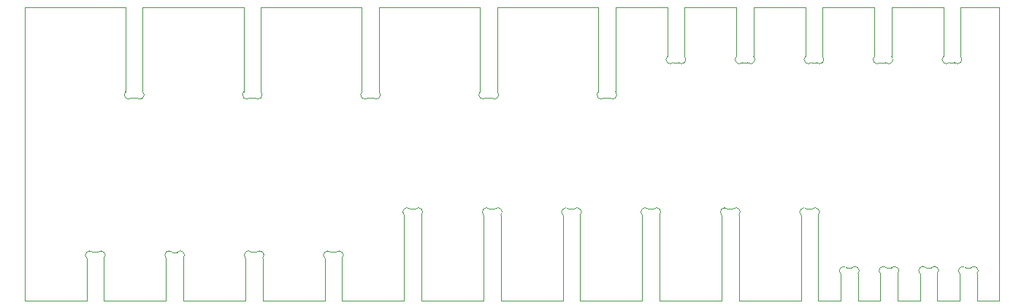
<source format=gbr>
%TF.GenerationSoftware,KiCad,Pcbnew,9.0.1*%
%TF.CreationDate,2025-04-16T14:08:05+02:00*%
%TF.ProjectId,cq2-adapt,6371322d-6164-4617-9074-2e6b69636164,rev?*%
%TF.SameCoordinates,Original*%
%TF.FileFunction,Profile,NP*%
%FSLAX46Y46*%
G04 Gerber Fmt 4.6, Leading zero omitted, Abs format (unit mm)*
G04 Created by KiCad (PCBNEW 9.0.1) date 2025-04-16 14:08:05*
%MOMM*%
%LPD*%
G01*
G04 APERTURE LIST*
%TA.AperFunction,Profile*%
%ADD10C,0.050000*%
%TD*%
G04 APERTURE END LIST*
D10*
X173300000Y-109907106D02*
G75*
G02*
X174007106Y-109200000I353553J353553D01*
G01*
X168700000Y-109907106D02*
G75*
G02*
X169407106Y-109200000I353553J353553D01*
G01*
X164100000Y-109907106D02*
G75*
G02*
X164807106Y-109200000I353553J353553D01*
G01*
X165392894Y-109200000D02*
G75*
G02*
X166100000Y-109907106I353553J-353553D01*
G01*
X174592894Y-109200000D02*
G75*
G02*
X175300000Y-109907106I353553J-353553D01*
G01*
X169992894Y-109200000D02*
G75*
G02*
X170700000Y-109907106I353553J-353553D01*
G01*
X160792894Y-109200000D02*
G75*
G02*
X161500000Y-109907106I353553J-353553D01*
G01*
X159500000Y-109907106D02*
G75*
G02*
X160207106Y-109200000I353553J353553D01*
G01*
X159500000Y-113000000D02*
X159500000Y-109907106D01*
X160207106Y-109200000D02*
X160792894Y-109200000D01*
X161500000Y-113000000D02*
X161500000Y-109907106D01*
X170700000Y-113000000D02*
X170700000Y-109907106D01*
X169992894Y-109200000D02*
X169407106Y-109200000D01*
X175300000Y-113000000D02*
X175300000Y-109907106D01*
X174592894Y-109200000D02*
X174007106Y-109200000D01*
X166100000Y-113000000D02*
X166100000Y-109907106D01*
X165392894Y-109200000D02*
X164807106Y-109200000D01*
X164100000Y-113000000D02*
X164100000Y-109907106D01*
X168700000Y-113000000D02*
X168700000Y-109907106D01*
X173300000Y-113000000D02*
X173300000Y-109907106D01*
X118100000Y-103107106D02*
G75*
G02*
X118807106Y-102400000I353553J353553D01*
G01*
X119392894Y-102400000D02*
G75*
G02*
X120100000Y-103107106I353553J-353553D01*
G01*
X127300000Y-103107106D02*
G75*
G02*
X128007106Y-102400000I353553J353553D01*
G01*
X146992894Y-102400000D02*
G75*
G02*
X147700000Y-103107106I353553J-353553D01*
G01*
X110192894Y-102400000D02*
G75*
G02*
X110900000Y-103107106I353553J-353553D01*
G01*
X108900000Y-103107106D02*
G75*
G02*
X109607106Y-102400000I353553J353553D01*
G01*
X154900000Y-103107106D02*
G75*
G02*
X155607106Y-102400000I353553J353553D01*
G01*
X145700000Y-103107106D02*
G75*
G02*
X146407106Y-102400000I353553J353553D01*
G01*
X128592894Y-102400000D02*
G75*
G02*
X129300000Y-103107106I353553J-353553D01*
G01*
X136500000Y-103107106D02*
G75*
G02*
X137207106Y-102400000I353553J353553D01*
G01*
X137792894Y-102400000D02*
G75*
G02*
X138500000Y-103107106I353553J-353553D01*
G01*
X156192894Y-102400000D02*
G75*
G02*
X156900000Y-103107106I353553J-353553D01*
G01*
X156192894Y-102400000D02*
X155607106Y-102400000D01*
X146407106Y-102400000D02*
X146992894Y-102400000D01*
X137792894Y-102400000D02*
X137207106Y-102400000D01*
X128592894Y-102400000D02*
X128007106Y-102400000D01*
X119392894Y-102400000D02*
X118807106Y-102400000D01*
X109607106Y-102400000D02*
X110192894Y-102400000D01*
X72100000Y-108106621D02*
G75*
G02*
X72806635Y-107399015I353800J353321D01*
G01*
X90500000Y-108106621D02*
G75*
G02*
X91206635Y-107399015I353800J353321D01*
G01*
X99704337Y-108106548D02*
G75*
G02*
X100411517Y-107399506I354163J352948D01*
G01*
X91789121Y-107398230D02*
G75*
G02*
X92495700Y-108105953I352079J-355070D01*
G01*
X100988676Y-107399112D02*
G75*
G02*
X101695658Y-108106354I352724J-354388D01*
G01*
X81304337Y-108106793D02*
G75*
G02*
X82011755Y-107400001I354022J353083D01*
G01*
X82588231Y-107400000D02*
G75*
G02*
X83295651Y-108106792I353396J-353710D01*
G01*
X73389121Y-107398230D02*
G75*
G02*
X74095700Y-108105953I352079J-355070D01*
G01*
X100988676Y-107399112D02*
X100411511Y-107399512D01*
X91789121Y-107398230D02*
X91206620Y-107399030D01*
X82588231Y-107400000D02*
X82011756Y-107400000D01*
X73389121Y-107398230D02*
X72806620Y-107399030D01*
X92300000Y-88792894D02*
G75*
G02*
X91592894Y-89500000I-353553J-353553D01*
G01*
X104707106Y-89500000D02*
G75*
G02*
X104000000Y-88792894I-353553J353553D01*
G01*
X91007106Y-89500000D02*
G75*
G02*
X90300000Y-88792894I-353553J353553D01*
G01*
X106000000Y-88792894D02*
G75*
G02*
X105292894Y-89500000I-353553J-353553D01*
G01*
X133400000Y-88792894D02*
G75*
G02*
X132692894Y-89500000I-353553J-353553D01*
G01*
X132107106Y-89500000D02*
G75*
G02*
X131400000Y-88792894I-353553J353553D01*
G01*
X77307106Y-89500000D02*
G75*
G02*
X76600000Y-88792894I-353553J353553D01*
G01*
X78600000Y-88792894D02*
G75*
G02*
X77892894Y-89500000I-353553J-353553D01*
G01*
X77892894Y-89500000D02*
X77307106Y-89500000D01*
X91007106Y-89500000D02*
X91592894Y-89500000D01*
X105292894Y-89500000D02*
X104707106Y-89500000D01*
X132107106Y-89500000D02*
X132692894Y-89500000D01*
X119700000Y-88792894D02*
G75*
G02*
X118992894Y-89500000I-353553J-353553D01*
G01*
X118407106Y-89500000D02*
G75*
G02*
X117700000Y-88792894I-353553J353553D01*
G01*
X117700000Y-79000000D02*
X117700000Y-88792894D01*
X118407106Y-89500000D02*
X118992894Y-89500000D01*
X119700000Y-79000000D02*
X119700000Y-88792894D01*
X106000000Y-79000000D02*
X106000000Y-88792894D01*
X149400276Y-84693032D02*
G75*
G02*
X148693032Y-85400000I-353760J-353346D01*
G01*
X141400276Y-84693032D02*
G75*
G02*
X140693032Y-85400000I-353760J-353346D01*
G01*
X140107106Y-85400000D02*
G75*
G02*
X139400000Y-84692894I-353553J353553D01*
G01*
X148107106Y-85400000D02*
G75*
G02*
X147400000Y-84692894I-353553J353553D01*
G01*
X165400276Y-84693032D02*
G75*
G02*
X164693032Y-85400000I-353760J-353346D01*
G01*
X157400276Y-84693032D02*
G75*
G02*
X156693032Y-85400000I-353760J-353346D01*
G01*
X164107200Y-85400000D02*
G75*
G02*
X163400089Y-84692899I-353550J353556D01*
G01*
X156107106Y-85400138D02*
G75*
G02*
X155400100Y-84692856I-353506J353638D01*
G01*
X156107106Y-85400138D02*
X156107244Y-85400000D01*
X155400138Y-84692894D02*
X155400276Y-84692756D01*
X164107200Y-85400000D02*
X164693032Y-85400000D01*
X156107244Y-85400000D02*
X156693032Y-85400000D01*
X148107106Y-85400000D02*
X148693032Y-85400000D01*
X140107106Y-85400000D02*
X140693032Y-85400000D01*
X173400001Y-84691866D02*
G75*
G02*
X172693087Y-85399222I-353701J-353434D01*
G01*
X172107107Y-85399917D02*
G75*
G02*
X171399900Y-84692876I-353607J353517D01*
G01*
X172107107Y-85399917D02*
X172107466Y-85399558D01*
X171399917Y-84692893D02*
X171400276Y-84692534D01*
X171402494Y-79002497D02*
X171400276Y-84692534D01*
X172107466Y-85399558D02*
X172693116Y-85399193D01*
X173400000Y-79000000D02*
X173400001Y-84691866D01*
X177900000Y-79000000D02*
X173400000Y-79000000D01*
X74100000Y-113000000D02*
X74095651Y-108105904D01*
X161500000Y-113000000D02*
X164100000Y-113000000D01*
X156900000Y-113000000D02*
X156900000Y-103107106D01*
X163400000Y-79000000D02*
X163400089Y-84692899D01*
X138500000Y-113000000D02*
X138500000Y-103107106D01*
X120100000Y-113000000D02*
X127300000Y-113000000D01*
X129300000Y-113000000D02*
X129300000Y-103107106D01*
X78600000Y-79000000D02*
X78600000Y-88792894D01*
X83300000Y-113000000D02*
X83295651Y-108106792D01*
X154900000Y-113000000D02*
X154900000Y-103107106D01*
X92300000Y-79000000D02*
X104000000Y-79000000D01*
X147400000Y-79000000D02*
X147400000Y-84692894D01*
X155402494Y-79002497D02*
X155400276Y-84692756D01*
X165402494Y-79002497D02*
X171402494Y-79002497D01*
X72100000Y-113000000D02*
X72100000Y-108106621D01*
X119700000Y-79000000D02*
X131400000Y-79000000D01*
X145700000Y-113000000D02*
X145700000Y-103107106D01*
X129300000Y-113000000D02*
X136500000Y-113000000D01*
X106000000Y-79000000D02*
X117700000Y-79000000D01*
X78600000Y-79000000D02*
X90300000Y-79000000D01*
X76600000Y-79000000D02*
X76600000Y-88792894D01*
X136500000Y-113000000D02*
X136500000Y-103107106D01*
X149402494Y-79002497D02*
X155402494Y-79002497D01*
X74100000Y-113000000D02*
X81300000Y-113000000D01*
X81300000Y-113000000D02*
X81304337Y-108106793D01*
X101700000Y-113000000D02*
X108900000Y-113000000D01*
X133400000Y-79000000D02*
X139400000Y-79000000D01*
X108900000Y-113000000D02*
X108900000Y-103107106D01*
X99700000Y-113000000D02*
X99704337Y-108106548D01*
X110900000Y-113000000D02*
X118100000Y-113000000D01*
X139400000Y-79000000D02*
X139400000Y-84692894D01*
X92500000Y-113000000D02*
X99700000Y-113000000D01*
X157402494Y-79002497D02*
X157400276Y-84693032D01*
X110900000Y-113000000D02*
X110900000Y-103107106D01*
X138500000Y-113000000D02*
X145700000Y-113000000D01*
X90500000Y-113000000D02*
X90500000Y-108106621D01*
X64900000Y-113000000D02*
X72100000Y-113000000D01*
X157402494Y-79002497D02*
X163402494Y-79002497D01*
X83300000Y-113000000D02*
X90500000Y-113000000D01*
X64900000Y-113000000D02*
X64900000Y-79000000D01*
X147700000Y-113000000D02*
X147700000Y-103107106D01*
X147700000Y-113000000D02*
X154900000Y-113000000D01*
X175300000Y-113000000D02*
X177900000Y-113000000D01*
X165402494Y-79002497D02*
X165400276Y-84693032D01*
X166100000Y-113000000D02*
X168700000Y-113000000D01*
X127300000Y-113000000D02*
X127300000Y-103107106D01*
X101700000Y-113000000D02*
X101695651Y-108106347D01*
X120100000Y-113000000D02*
X120100000Y-103107106D01*
X156900000Y-113000000D02*
X159500000Y-113000000D01*
X133400000Y-79000000D02*
X133400000Y-88792894D01*
X131400000Y-79000000D02*
X131400000Y-88792894D01*
X141400000Y-79000000D02*
X147400000Y-79000000D01*
X64900000Y-79000000D02*
X76600000Y-79000000D01*
X141402495Y-79000000D02*
X141400276Y-84693032D01*
X118100000Y-113000000D02*
X118100000Y-103107106D01*
X104000000Y-79000000D02*
X104000000Y-88792894D01*
X90300000Y-79000000D02*
X90300000Y-88792894D01*
X177900000Y-113000000D02*
X177900000Y-79000000D01*
X170700000Y-113000000D02*
X173300000Y-113000000D01*
X149402495Y-79002497D02*
X149400276Y-84693032D01*
X92300000Y-79000000D02*
X92300000Y-88792894D01*
X92500000Y-113000000D02*
X92495651Y-108105904D01*
M02*

</source>
